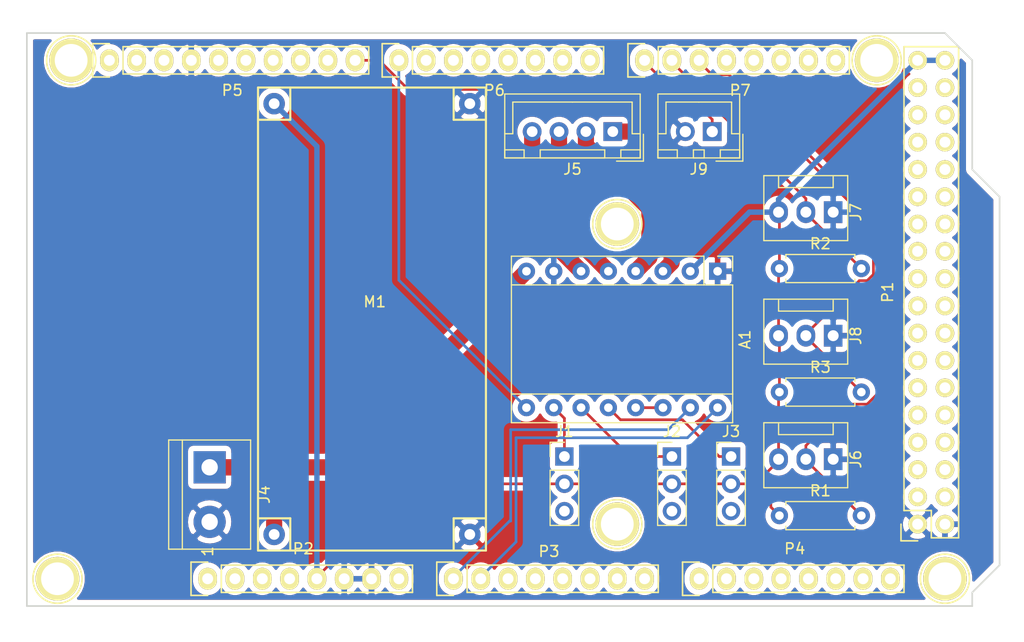
<source format=kicad_pcb>
(kicad_pcb (version 20171130) (host pcbnew "(5.1.2)-2")
  (title_block (date "mar. 31 mars 2015"))
  (layers (0 F.Cu signal) (31 B.Cu signal) (34 B.Paste user) (35 F.Paste user) (36 B.SilkS user) (37 F.SilkS user) (38 B.Mask user) (39 F.Mask user) (44 Edge.Cuts user))
  (net 0 "")
  (net 1 GND)
  (net 2 "/52(SCK)")
  (net 3 "/53(SS)")
  (net 4 "/50(MISO)")
  (net 5 "/51(MOSI)")
  (net 6 /48)
  (net 7 /49)
  (net 8 /46)
  (net 9 /47)
  (net 10 /44)
  (net 11 /45)
  (net 12 /42)
  (net 13 /43)
  (net 14 /40)
  (net 15 /41)
  (net 16 /38)
  (net 17 /39)
  (net 18 /36)
  (net 19 /37)
  (net 20 /34)
  (net 21 /35)
  (net 22 /32)
  (net 23 /33)
  (net 24 /30)
  (net 25 /31)
  (net 26 /28)
  (net 27 /29)
  (net 28 /26)
  (net 29 /27)
  (net 30 /24)
  (net 31 /25)
  (net 32 /22)
  (net 33 /23)
  (net 34 +5V)
  (net 35 /IOREF)
  (net 36 /Reset)
  (net 37 /Vin)
  (net 38 /A2)
  (net 39 /A3)
  (net 40 /A4)
  (net 41 /A5)
  (net 42 /A6)
  (net 43 /A7)
  (net 44 /A8)
  (net 45 /A9)
  (net 46 /A10)
  (net 47 /A11)
  (net 48 /A12)
  (net 49 /A13)
  (net 50 /A14)
  (net 51 /A15)
  (net 52 /SCL)
  (net 53 /SDA)
  (net 54 /AREF)
  (net 55 "/13(**)")
  (net 56 "/12(**)")
  (net 57 "/11(**)")
  (net 58 "/10(**)")
  (net 59 "/9(**)")
  (net 60 "/6(**)")
  (net 61 "/5(**)")
  (net 62 "/4(**)")
  (net 63 "/3(**)")
  (net 64 "/2(**)")
  (net 65 "/20(SDA)")
  (net 66 "/21(SCL)")
  (net 67 "Net-(P8-Pad1)")
  (net 68 "Net-(P9-Pad1)")
  (net 69 "Net-(P10-Pad1)")
  (net 70 "Net-(P11-Pad1)")
  (net 71 "Net-(P12-Pad1)")
  (net 72 "Net-(P13-Pad1)")
  (net 73 "Net-(P2-Pad1)")
  (net 74 +3V3)
  (net 75 "/1(Tx0)")
  (net 76 "/0(Rx0)")
  (net 77 "/17(Rx2)")
  (net 78 "/18(Tx1)")
  (net 79 "/19(Rx1)")
  (net 80 EN)
  (net 81 "Net-(A1-Pad10)")
  (net 82 "Net-(A1-Pad3)")
  (net 83 "Net-(A1-Pad11)")
  (net 84 "Net-(A1-Pad4)")
  (net 85 "Net-(A1-Pad12)")
  (net 86 "Net-(A1-Pad5)")
  (net 87 "Net-(A1-Pad13)")
  (net 88 "Net-(A1-Pad6)")
  (net 89 STEP)
  (net 90 +24V)
  (net 91 DIR)
  (net 92 "Net-(J1-Pad3)")
  (net 93 "Net-(J2-Pad3)")
  (net 94 "Net-(J3-Pad3)")
  (net 95 TEMP_BED)
  (net 96 TEMP_2)
  (net 97 TEMP_1)
  (net 98 Heater1)
  (module Connectors_JST:JST_XH_B02B-XH-A_02x2.50mm_Straight (layer F.Cu) (at 178.25 77.5 180)
    (fp_text reference J9 (at 1.25 -3.5) (layer F.SilkS))
    (fp_text value "SSR Connection")
    (fp_line (start -2.55 -2.45) (end -2.55 3.5) (layer F.SilkS) (width 0.12))
    (fp_line (start -2.55 3.5) (end 5.05 3.5) (layer F.SilkS) (width 0.12))
    (fp_line (start 5.05 3.5) (end 5.05 -2.45) (layer F.SilkS) (width 0.12))
    (fp_line (start 5.05 -2.45) (end -2.55 -2.45) (layer F.SilkS) (width 0.12))
    (fp_line (start 0.75 -2.45) (end 0.75 -1.7) (layer F.SilkS) (width 0.12))
    (fp_line (start 0.75 -1.7) (end 1.75 -1.7) (layer F.SilkS) (width 0.12))
    (fp_line (start 1.75 -1.7) (end 1.75 -2.45) (layer F.SilkS) (width 0.12))
    (fp_line (start 1.75 -2.45) (end 0.75 -2.45) (layer F.SilkS) (width 0.12))
    (fp_line (start -2.55 -2.45) (end -2.55 -1.7) (layer F.SilkS) (width 0.12))
    (fp_line (start -2.55 -1.7) (end -0.75 -1.7) (layer F.SilkS) (width 0.12))
    (fp_line (start -0.75 -1.7) (end -0.75 -2.45) (layer F.SilkS) (width 0.12))
    (fp_line (start -0.75 -2.45) (end -2.55 -2.45) (layer F.SilkS) (width 0.12))
    (fp_line (start 3.25 -2.45) (end 3.25 -1.7) (layer F.SilkS) (width 0.12))
    (fp_line (start 3.25 -1.7) (end 5.05 -1.7) (layer F.SilkS) (width 0.12))
    (fp_line (start 5.05 -1.7) (end 5.05 -2.45) (layer F.SilkS) (width 0.12))
    (fp_line (start 5.05 -2.45) (end 3.25 -2.45) (layer F.SilkS) (width 0.12))
    (fp_line (start -2.55 -0.2) (end -1.8 -0.2) (layer F.SilkS) (width 0.12))
    (fp_line (start -1.8 -0.2) (end -1.8 2.75) (layer F.SilkS) (width 0.12))
    (fp_line (start -1.8 2.75) (end 1.25 2.75) (layer F.SilkS) (width 0.12))
    (fp_line (start 5.05 -0.2) (end 4.3 -0.2) (layer F.SilkS) (width 0.12))
    (fp_line (start 4.3 -0.2) (end 4.3 2.75) (layer F.SilkS) (width 0.12))
    (fp_line (start 4.3 2.75) (end 1.25 2.75) (layer F.SilkS) (width 0.12))
    (fp_line (start -0.35 -2.75) (end -2.85 -2.75) (layer F.SilkS) (width 0.12))
    (fp_line (start -2.85 -2.75) (end -2.85 -0.25) (layer F.SilkS) (width 0.12))
    (pad 1 thru_hole rect (at 0 0 180) (size 1.75 1.75) (drill 1.05) (layers *.Cu *.Mask) (net 98 Heater1))
    (pad 2 thru_hole circle (at 2.5 0 180) (size 1.75 1.75) (drill 1.05) (layers *.Cu *.Mask) (net 1 GND))
  )
  (module Resistors_THT:R_Axial_DIN0207_L6.3mm_D2.5mm_P7.62mm_Horizontal (layer F.Cu) (at 184.5 101.75)
    (fp_text reference R3 (at 3.81 -2.31) (layer F.SilkS))
    (fp_text value 4.7k)
    (fp_line (start 0.6 -0.98) (end 0.6 -1.31) (layer F.SilkS) (width 0.12))
    (fp_line (start 0.6 -1.31) (end 7.02 -1.31) (layer F.SilkS) (width 0.12))
    (fp_line (start 7.02 -1.31) (end 7.02 -0.98) (layer F.SilkS) (width 0.12))
    (fp_line (start 0.6 0.98) (end 0.6 1.31) (layer F.SilkS) (width 0.12))
    (fp_line (start 0.6 1.31) (end 7.02 1.31) (layer F.SilkS) (width 0.12))
    (fp_line (start 7.02 1.31) (end 7.02 0.98) (layer F.SilkS) (width 0.12))
    (pad 1 thru_hole circle (at 0 0) (size 1.6 1.6) (drill 0.8) (layers *.Cu *.Mask) (net 34 +5V))
    (pad 2 thru_hole oval (at 7.62 0) (size 1.6 1.6) (drill 0.8) (layers *.Cu *.Mask) (net 97 TEMP_1))
  )
  (module Resistors_THT:R_Axial_DIN0207_L6.3mm_D2.5mm_P7.62mm_Horizontal (layer F.Cu) (at 184.5 90.25)
    (fp_text reference R2 (at 3.81 -2.31) (layer F.SilkS))
    (fp_text value 4.7k)
    (fp_line (start 0.6 -0.98) (end 0.6 -1.31) (layer F.SilkS) (width 0.12))
    (fp_line (start 0.6 -1.31) (end 7.02 -1.31) (layer F.SilkS) (width 0.12))
    (fp_line (start 7.02 -1.31) (end 7.02 -0.98) (layer F.SilkS) (width 0.12))
    (fp_line (start 0.6 0.98) (end 0.6 1.31) (layer F.SilkS) (width 0.12))
    (fp_line (start 0.6 1.31) (end 7.02 1.31) (layer F.SilkS) (width 0.12))
    (fp_line (start 7.02 1.31) (end 7.02 0.98) (layer F.SilkS) (width 0.12))
    (pad 1 thru_hole circle (at 0 0) (size 1.6 1.6) (drill 0.8) (layers *.Cu *.Mask) (net 34 +5V))
    (pad 2 thru_hole oval (at 7.62 0) (size 1.6 1.6) (drill 0.8) (layers *.Cu *.Mask) (net 95 TEMP_BED))
  )
  (module Resistors_THT:R_Axial_DIN0207_L6.3mm_D2.5mm_P7.62mm_Horizontal (layer F.Cu) (at 184.5 113.25)
    (fp_text reference R1 (at 3.81 -2.31) (layer F.SilkS))
    (fp_text value 4.7k)
    (fp_line (start 0.6 -0.98) (end 0.6 -1.31) (layer F.SilkS) (width 0.12))
    (fp_line (start 0.6 -1.31) (end 7.02 -1.31) (layer F.SilkS) (width 0.12))
    (fp_line (start 7.02 -1.31) (end 7.02 -0.98) (layer F.SilkS) (width 0.12))
    (fp_line (start 0.6 0.98) (end 0.6 1.31) (layer F.SilkS) (width 0.12))
    (fp_line (start 0.6 1.31) (end 7.02 1.31) (layer F.SilkS) (width 0.12))
    (fp_line (start 7.02 1.31) (end 7.02 0.98) (layer F.SilkS) (width 0.12))
    (pad 1 thru_hole circle (at 0 0) (size 1.6 1.6) (drill 0.8) (layers *.Cu *.Mask) (net 34 +5V))
    (pad 2 thru_hole oval (at 7.62 0) (size 1.6 1.6) (drill 0.8) (layers *.Cu *.Mask) (net 96 TEMP_2))
  )
  (module TomsPartsLibrary:LM2596 (layer F.Cu) (at 136 116.5)
    (fp_text reference M1 (at 10.855001 -23.155) (layer F.SilkS))
    (fp_text value LM2596)
    (fp_line (start 18.2 -40.1) (end 18.2 -43.1) (layer F.SilkS) (width 0.2))
    (fp_line (start 21.2 -40.1) (end 18.2 -40.1) (layer F.SilkS) (width 0.2))
    (fp_line (start 3 -40.1) (end 0 -40.1) (layer F.SilkS) (width 0.2))
    (fp_line (start 3 -43.1) (end 3 -40.1) (layer F.SilkS) (width 0.2))
    (fp_line (start 18.2 -3) (end 21.2 -3) (layer F.SilkS) (width 0.2))
    (fp_line (start 18.2 0) (end 18.2 -3) (layer F.SilkS) (width 0.2))
    (fp_line (start 3 -3) (end 3 0) (layer F.SilkS) (width 0.2))
    (fp_line (start 0 -3) (end 3 -3) (layer F.SilkS) (width 0.2))
    (fp_line (start 0 -43.1) (end 0 0) (layer F.SilkS) (width 0.2))
    (fp_line (start 21.2 -43.1) (end 0 -43.1) (layer F.SilkS) (width 0.2))
    (fp_line (start 21.2 0) (end 21.2 -43.1) (layer F.SilkS) (width 0.2))
    (fp_line (start 0 0) (end 21.2 0) (layer F.SilkS) (width 0.2))
    (pad 4 thru_hole circle (at 19.7 -41.6 180) (size 2 2) (drill 1) (layers *.Cu *.Mask) (net 1 GND))
    (pad 1 thru_hole circle (at 1.5 -41.6 270) (size 2 2) (drill 1) (layers *.Cu *.Mask) (net 34 +5V))
    (pad 3 thru_hole circle (at 19.7 -1.5 90) (size 2 2) (drill 1) (layers *.Cu *.Mask) (net 1 GND))
    (pad 2 thru_hole circle (at 1.5 -1.5) (size 2 2) (drill 1) (layers *.Cu *.Mask) (net 90 +24V))
  )
  (module Connectors:Fan_Pin_Header_Straight_1x03 (layer F.Cu) (at 189.5 96.5 270)
    (fp_text reference J8 (at 0 -2.1 90) (layer F.SilkS))
    (fp_text value "Temp1 3PinFan")
    (fp_line (start -3.4 -1.35) (end 2.65 -1.35) (layer F.SilkS) (width 0.12))
    (fp_line (start 2.65 -1.35) (end 2.65 6.45) (layer F.SilkS) (width 0.12))
    (fp_line (start 2.65 6.45) (end -3.4 6.45) (layer F.SilkS) (width 0.12))
    (fp_line (start -3.4 6.45) (end -3.4 -1.35) (layer F.SilkS) (width 0.12))
    (fp_line (start -3.3 0) (end -2.29 0) (layer F.SilkS) (width 0.12))
    (fp_line (start -2.29 0) (end -2.29 5.08) (layer F.SilkS) (width 0.12))
    (fp_line (start -2.29 5.08) (end -3.3 5.08) (layer F.SilkS) (width 0.12))
    (pad 1 thru_hole rect (at 0 0 270) (size 2.03 1.73) (drill 1.02) (layers *.Cu *.Mask) (net 1 GND))
    (pad 2 thru_hole oval (at 0 2.54 270) (size 2.03 1.73) (drill 1.02) (layers *.Cu *.Mask) (net 97 TEMP_1))
    (pad 3 thru_hole oval (at 0 5.08 270) (size 2.03 1.73) (drill 1.02) (layers *.Cu *.Mask) (net 34 +5V))
  )
  (module Connectors:Fan_Pin_Header_Straight_1x03 (layer F.Cu) (at 189.5 85 270)
    (fp_text reference J7 (at 0 -2.1 90) (layer F.SilkS))
    (fp_text value "TempBed 3PinFan")
    (fp_line (start -3.4 -1.35) (end 2.65 -1.35) (layer F.SilkS) (width 0.12))
    (fp_line (start 2.65 -1.35) (end 2.65 6.45) (layer F.SilkS) (width 0.12))
    (fp_line (start 2.65 6.45) (end -3.4 6.45) (layer F.SilkS) (width 0.12))
    (fp_line (start -3.4 6.45) (end -3.4 -1.35) (layer F.SilkS) (width 0.12))
    (fp_line (start -3.3 0) (end -2.29 0) (layer F.SilkS) (width 0.12))
    (fp_line (start -2.29 0) (end -2.29 5.08) (layer F.SilkS) (width 0.12))
    (fp_line (start -2.29 5.08) (end -3.3 5.08) (layer F.SilkS) (width 0.12))
    (pad 1 thru_hole rect (at 0 0 270) (size 2.03 1.73) (drill 1.02) (layers *.Cu *.Mask) (net 1 GND))
    (pad 2 thru_hole oval (at 0 2.54 270) (size 2.03 1.73) (drill 1.02) (layers *.Cu *.Mask) (net 95 TEMP_BED))
    (pad 3 thru_hole oval (at 0 5.08 270) (size 2.03 1.73) (drill 1.02) (layers *.Cu *.Mask) (net 34 +5V))
  )
  (module Connectors:Fan_Pin_Header_Straight_1x03 (layer F.Cu) (at 189.5 108 270)
    (fp_text reference J6 (at 0 -2.1 90) (layer F.SilkS))
    (fp_text value "Temp2 3PinFan")
    (fp_line (start -3.4 -1.35) (end 2.65 -1.35) (layer F.SilkS) (width 0.12))
    (fp_line (start 2.65 -1.35) (end 2.65 6.45) (layer F.SilkS) (width 0.12))
    (fp_line (start 2.65 6.45) (end -3.4 6.45) (layer F.SilkS) (width 0.12))
    (fp_line (start -3.4 6.45) (end -3.4 -1.35) (layer F.SilkS) (width 0.12))
    (fp_line (start -3.3 0) (end -2.29 0) (layer F.SilkS) (width 0.12))
    (fp_line (start -2.29 0) (end -2.29 5.08) (layer F.SilkS) (width 0.12))
    (fp_line (start -2.29 5.08) (end -3.3 5.08) (layer F.SilkS) (width 0.12))
    (pad 1 thru_hole rect (at 0 0 270) (size 2.03 1.73) (drill 1.02) (layers *.Cu *.Mask) (net 1 GND))
    (pad 2 thru_hole oval (at 0 2.54 270) (size 2.03 1.73) (drill 1.02) (layers *.Cu *.Mask) (net 96 TEMP_2))
    (pad 3 thru_hole oval (at 0 5.08 270) (size 2.03 1.73) (drill 1.02) (layers *.Cu *.Mask) (net 34 +5V))
  )
  (module Connectors_JST:JST_XH_B04B-XH-A_04x2.50mm_Straight (layer F.Cu) (at 169 77.5 180)
    (fp_text reference J5 (at 3.75 -3.5) (layer F.SilkS))
    (fp_text value "JST XH_Stepper")
    (fp_line (start -2.55 -2.45) (end -2.55 3.5) (layer F.SilkS) (width 0.12))
    (fp_line (start -2.55 3.5) (end 10.05 3.5) (layer F.SilkS) (width 0.12))
    (fp_line (start 10.05 3.5) (end 10.05 -2.45) (layer F.SilkS) (width 0.12))
    (fp_line (start 10.05 -2.45) (end -2.55 -2.45) (layer F.SilkS) (width 0.12))
    (fp_line (start 0.75 -2.45) (end 0.75 -1.7) (layer F.SilkS) (width 0.12))
    (fp_line (start 0.75 -1.7) (end 6.75 -1.7) (layer F.SilkS) (width 0.12))
    (fp_line (start 6.75 -1.7) (end 6.75 -2.45) (layer F.SilkS) (width 0.12))
    (fp_line (start 6.75 -2.45) (end 0.75 -2.45) (layer F.SilkS) (width 0.12))
    (fp_line (start -2.55 -2.45) (end -2.55 -1.7) (layer F.SilkS) (width 0.12))
    (fp_line (start -2.55 -1.7) (end -0.75 -1.7) (layer F.SilkS) (width 0.12))
    (fp_line (start -0.75 -1.7) (end -0.75 -2.45) (layer F.SilkS) (width 0.12))
    (fp_line (start -0.75 -2.45) (end -2.55 -2.45) (layer F.SilkS) (width 0.12))
    (fp_line (start 8.25 -2.45) (end 8.25 -1.7) (layer F.SilkS) (width 0.12))
    (fp_line (start 8.25 -1.7) (end 10.05 -1.7) (layer F.SilkS) (width 0.12))
    (fp_line (start 10.05 -1.7) (end 10.05 -2.45) (layer F.SilkS) (width 0.12))
    (fp_line (start 10.05 -2.45) (end 8.25 -2.45) (layer F.SilkS) (width 0.12))
    (fp_line (start -2.55 -0.2) (end -1.8 -0.2) (layer F.SilkS) (width 0.12))
    (fp_line (start -1.8 -0.2) (end -1.8 2.75) (layer F.SilkS) (width 0.12))
    (fp_line (start -1.8 2.75) (end 3.75 2.75) (layer F.SilkS) (width 0.12))
    (fp_line (start 10.05 -0.2) (end 9.3 -0.2) (layer F.SilkS) (width 0.12))
    (fp_line (start 9.3 -0.2) (end 9.3 2.75) (layer F.SilkS) (width 0.12))
    (fp_line (start 9.3 2.75) (end 3.75 2.75) (layer F.SilkS) (width 0.12))
    (fp_line (start -0.35 -2.75) (end -2.85 -2.75) (layer F.SilkS) (width 0.12))
    (fp_line (start -2.85 -2.75) (end -2.85 -0.25) (layer F.SilkS) (width 0.12))
    (pad 1 thru_hole rect (at 0 0 180) (size 1.75 1.75) (drill 1) (layers *.Cu *.Mask) (net 82 "Net-(A1-Pad3)"))
    (pad 2 thru_hole circle (at 2.5 0 180) (size 1.75 1.75) (drill 1) (layers *.Cu *.Mask) (net 84 "Net-(A1-Pad4)"))
    (pad 3 thru_hole circle (at 5 0 180) (size 1.75 1.75) (drill 1) (layers *.Cu *.Mask) (net 86 "Net-(A1-Pad5)"))
    (pad 4 thru_hole circle (at 7.5 0 180) (size 1.75 1.75) (drill 1) (layers *.Cu *.Mask) (net 88 "Net-(A1-Pad6)"))
  )
  (module Connectors_Terminal_Blocks:TerminalBlock_bornier-2_P5.08mm (layer F.Cu) (at 131.5 108.75 270)
    (fp_text reference J4 (at 2.54 -5.08 90) (layer F.SilkS))
    (fp_text value "Power Screw Terminal")
    (fp_line (start 7.62 2.54) (end -2.54 2.54) (layer F.SilkS) (width 0.12))
    (fp_line (start 7.62 3.81) (end 7.62 -3.81) (layer F.SilkS) (width 0.12))
    (fp_line (start 7.62 -3.81) (end -2.54 -3.81) (layer F.SilkS) (width 0.12))
    (fp_line (start -2.54 -3.81) (end -2.54 3.81) (layer F.SilkS) (width 0.12))
    (fp_line (start -2.54 3.81) (end 7.62 3.81) (layer F.SilkS) (width 0.12))
    (pad 1 thru_hole rect (at 0 0 270) (size 3 3) (drill 1.52) (layers *.Cu *.Mask) (net 90 +24V))
    (pad 2 thru_hole circle (at 5.08 0 270) (size 3 3) (drill 1.52) (layers *.Cu *.Mask) (net 1 GND))
  )
  (module Pin_Headers:Pin_Header_Straight_1x03_Pitch2.54mm (layer F.Cu) (at 180 107.75)
    (fp_text reference J3 (at 0 -2.33) (layer F.SilkS))
    (fp_text value "MS1 Toggle")
    (fp_line (start -1.33 6.41) (end 1.33 6.41) (layer F.SilkS) (width 0.12))
    (fp_line (start -1.33 1.27) (end -1.33 6.41) (layer F.SilkS) (width 0.12))
    (fp_line (start 1.33 1.27) (end 1.33 6.41) (layer F.SilkS) (width 0.12))
    (fp_line (start -1.33 1.27) (end 1.33 1.27) (layer F.SilkS) (width 0.12))
    (fp_line (start -1.33 0) (end -1.33 -1.33) (layer F.SilkS) (width 0.12))
    (fp_line (start -1.33 -1.33) (end 0 -1.33) (layer F.SilkS) (width 0.12))
    (pad 1 thru_hole rect (at 0 0) (size 1.7 1.7) (drill 1) (layers *.Cu *.Mask) (net 85 "Net-(A1-Pad12)"))
    (pad 2 thru_hole oval (at 0 2.54) (size 1.7 1.7) (drill 1) (layers *.Cu *.Mask) (net 34 +5V))
    (pad 3 thru_hole oval (at 0 5.08) (size 1.7 1.7) (drill 1) (layers *.Cu *.Mask) (net 94 "Net-(J3-Pad3)"))
  )
  (module Pin_Headers:Pin_Header_Straight_1x03_Pitch2.54mm (layer F.Cu) (at 174.5 107.75)
    (fp_text reference J2 (at 0 -2.33) (layer F.SilkS))
    (fp_text value "MS2 Toggle")
    (fp_line (start -1.33 6.41) (end 1.33 6.41) (layer F.SilkS) (width 0.12))
    (fp_line (start -1.33 1.27) (end -1.33 6.41) (layer F.SilkS) (width 0.12))
    (fp_line (start 1.33 1.27) (end 1.33 6.41) (layer F.SilkS) (width 0.12))
    (fp_line (start -1.33 1.27) (end 1.33 1.27) (layer F.SilkS) (width 0.12))
    (fp_line (start -1.33 0) (end -1.33 -1.33) (layer F.SilkS) (width 0.12))
    (fp_line (start -1.33 -1.33) (end 0 -1.33) (layer F.SilkS) (width 0.12))
    (pad 1 thru_hole rect (at 0 0) (size 1.7 1.7) (drill 1) (layers *.Cu *.Mask) (net 83 "Net-(A1-Pad11)"))
    (pad 2 thru_hole oval (at 0 2.54) (size 1.7 1.7) (drill 1) (layers *.Cu *.Mask) (net 34 +5V))
    (pad 3 thru_hole oval (at 0 5.08) (size 1.7 1.7) (drill 1) (layers *.Cu *.Mask) (net 93 "Net-(J2-Pad3)"))
  )
  (module Pin_Headers:Pin_Header_Straight_1x03_Pitch2.54mm (layer F.Cu) (at 164.5 107.75)
    (fp_text reference J1 (at 0 -2.33) (layer F.SilkS))
    (fp_text value "MS3 Toggle")
    (fp_line (start -1.33 6.41) (end 1.33 6.41) (layer F.SilkS) (width 0.12))
    (fp_line (start -1.33 1.27) (end -1.33 6.41) (layer F.SilkS) (width 0.12))
    (fp_line (start 1.33 1.27) (end 1.33 6.41) (layer F.SilkS) (width 0.12))
    (fp_line (start -1.33 1.27) (end 1.33 1.27) (layer F.SilkS) (width 0.12))
    (fp_line (start -1.33 0) (end -1.33 -1.33) (layer F.SilkS) (width 0.12))
    (fp_line (start -1.33 -1.33) (end 0 -1.33) (layer F.SilkS) (width 0.12))
    (pad 1 thru_hole rect (at 0 0) (size 1.7 1.7) (drill 1) (layers *.Cu *.Mask) (net 81 "Net-(A1-Pad10)"))
    (pad 2 thru_hole oval (at 0 2.54) (size 1.7 1.7) (drill 1) (layers *.Cu *.Mask) (net 34 +5V))
    (pad 3 thru_hole oval (at 0 5.08) (size 1.7 1.7) (drill 1) (layers *.Cu *.Mask) (net 92 "Net-(J1-Pad3)"))
  )
  (module Modules:Pololu_Breakout-16_15.2x20.3mm (layer F.Cu) (at 178.75 90.5 270)
    (fp_text reference A1 (at 6.35 -2.54 90) (layer F.SilkS))
    (fp_text value Pololu_Breakout_A4988)
    (fp_line (start 11.43 -1.4) (end 11.43 19.18) (layer F.SilkS) (width 0.12))
    (fp_line (start 1.27 1.27) (end 1.27 19.18) (layer F.SilkS) (width 0.12))
    (fp_line (start 0 -1.4) (end -1.4 -1.4) (layer F.SilkS) (width 0.12))
    (fp_line (start -1.4 -1.4) (end -1.4 0) (layer F.SilkS) (width 0.12))
    (fp_line (start 1.27 -1.4) (end 1.27 1.27) (layer F.SilkS) (width 0.12))
    (fp_line (start 1.27 1.27) (end -1.4 1.27) (layer F.SilkS) (width 0.12))
    (fp_line (start -1.4 1.27) (end -1.4 19.18) (layer F.SilkS) (width 0.12))
    (fp_line (start -1.4 19.18) (end 14.1 19.18) (layer F.SilkS) (width 0.12))
    (fp_line (start 14.1 19.18) (end 14.1 -1.4) (layer F.SilkS) (width 0.12))
    (fp_line (start 14.1 -1.4) (end 1.27 -1.4) (layer F.SilkS) (width 0.12))
    (pad 1 thru_hole rect (at 0 0 270) (size 1.6 1.6) (drill 0.8) (layers *.Cu *.Mask) (net 1 GND))
    (pad 9 thru_hole oval (at 12.7 17.78 270) (size 1.6 1.6) (drill 0.8) (layers *.Cu *.Mask) (net 80 EN))
    (pad 2 thru_hole oval (at 0 2.54 270) (size 1.6 1.6) (drill 0.8) (layers *.Cu *.Mask) (net 34 +5V))
    (pad 10 thru_hole oval (at 12.7 15.24 270) (size 1.6 1.6) (drill 0.8) (layers *.Cu *.Mask) (net 81 "Net-(A1-Pad10)"))
    (pad 3 thru_hole oval (at 0 5.08 270) (size 1.6 1.6) (drill 0.8) (layers *.Cu *.Mask) (net 82 "Net-(A1-Pad3)"))
    (pad 11 thru_hole oval (at 12.7 12.7 270) (size 1.6 1.6) (drill 0.8) (layers *.Cu *.Mask) (net 83 "Net-(A1-Pad11)"))
    (pad 4 thru_hole oval (at 0 7.62 270) (size 1.6 1.6) (drill 0.8) (layers *.Cu *.Mask) (net 84 "Net-(A1-Pad4)"))
    (pad 12 thru_hole oval (at 12.7 10.16 270) (size 1.6 1.6) (drill 0.8) (layers *.Cu *.Mask) (net 85 "Net-(A1-Pad12)"))
    (pad 5 thru_hole oval (at 0 10.16 270) (size 1.6 1.6) (drill 0.8) (layers *.Cu *.Mask) (net 86 "Net-(A1-Pad5)"))
    (pad 13 thru_hole oval (at 12.7 7.62 270) (size 1.6 1.6) (drill 0.8) (layers *.Cu *.Mask) (net 87 "Net-(A1-Pad13)"))
    (pad 6 thru_hole oval (at 0 12.7 270) (size 1.6 1.6) (drill 0.8) (layers *.Cu *.Mask) (net 88 "Net-(A1-Pad6)"))
    (pad 14 thru_hole oval (at 12.7 5.08 270) (size 1.6 1.6) (drill 0.8) (layers *.Cu *.Mask) (net 87 "Net-(A1-Pad13)"))
    (pad 7 thru_hole oval (at 0 15.24 270) (size 1.6 1.6) (drill 0.8) (layers *.Cu *.Mask) (net 1 GND))
    (pad 15 thru_hole oval (at 12.7 2.54 270) (size 1.6 1.6) (drill 0.8) (layers *.Cu *.Mask) (net 89 STEP))
    (pad 8 thru_hole oval (at 0 17.78 270) (size 1.6 1.6) (drill 0.8) (layers *.Cu *.Mask) (net 90 +24V))
    (pad 16 thru_hole oval (at 12.7 0 270) (size 1.6 1.6) (drill 0.8) (layers *.Cu *.Mask) (net 91 DIR))
  )
  (module Socket_Arduino_Mega:Socket_Strip_Arduino_2x18 (layer F.Cu) (at 197.358 114.046 90)
    (fp_text reference P1 (at 21.59 -2.794 90) (layer F.SilkS))
    (fp_text value Digital)
    (fp_line (start -1.27 3.81) (end 44.45 3.81) (layer F.SilkS) (width 0.15))
    (fp_line (start 44.45 -1.27) (end 1.27 -1.27) (layer F.SilkS) (width 0.15))
    (fp_line (start 44.45 3.81) (end 44.45 -1.27) (layer F.SilkS) (width 0.15))
    (fp_line (start -1.27 3.81) (end -1.27 1.27) (layer F.SilkS) (width 0.15))
    (fp_line (start 0 -1.55) (end -1.55 -1.55) (layer F.SilkS) (width 0.15))
    (fp_line (start -1.27 1.27) (end 1.27 1.27) (layer F.SilkS) (width 0.15))
    (fp_line (start 1.27 1.27) (end 1.27 -1.27) (layer F.SilkS) (width 0.15))
    (fp_line (start -1.55 -1.55) (end -1.55 0) (layer F.SilkS) (width 0.15))
    (pad 1 thru_hole circle (at 0 0 90) (size 1.7272 1.7272) (drill 1.016) (layers *.Cu *.Mask F.SilkS) (net 1 GND))
    (pad 2 thru_hole oval (at 0 2.54 90) (size 1.7272 1.7272) (drill 1.016) (layers *.Cu *.Mask F.SilkS) (net 1 GND))
    (pad 3 thru_hole oval (at 2.54 0 90) (size 1.7272 1.7272) (drill 1.016) (layers *.Cu *.Mask F.SilkS) (net 2 "/52(SCK)"))
    (pad 4 thru_hole oval (at 2.54 2.54 90) (size 1.7272 1.7272) (drill 1.016) (layers *.Cu *.Mask F.SilkS) (net 3 "/53(SS)"))
    (pad 5 thru_hole oval (at 5.08 0 90) (size 1.7272 1.7272) (drill 1.016) (layers *.Cu *.Mask F.SilkS) (net 4 "/50(MISO)"))
    (pad 6 thru_hole oval (at 5.08 2.54 90) (size 1.7272 1.7272) (drill 1.016) (layers *.Cu *.Mask F.SilkS) (net 5 "/51(MOSI)"))
    (pad 7 thru_hole oval (at 7.62 0 90) (size 1.7272 1.7272) (drill 1.016) (layers *.Cu *.Mask F.SilkS) (net 6 /48))
    (pad 8 thru_hole oval (at 7.62 2.54 90) (size 1.7272 1.7272) (drill 1.016) (layers *.Cu *.Mask F.SilkS) (net 7 /49))
    (pad 9 thru_hole oval (at 10.16 0 90) (size 1.7272 1.7272) (drill 1.016) (layers *.Cu *.Mask F.SilkS) (net 8 /46))
    (pad 10 thru_hole oval (at 10.16 2.54 90) (size 1.7272 1.7272) (drill 1.016) (layers *.Cu *.Mask F.SilkS) (net 9 /47))
    (pad 11 thru_hole oval (at 12.7 0 90) (size 1.7272 1.7272) (drill 1.016) (layers *.Cu *.Mask F.SilkS) (net 10 /44))
    (pad 12 thru_hole oval (at 12.7 2.54 90) (size 1.7272 1.7272) (drill 1.016) (layers *.Cu *.Mask F.SilkS) (net 11 /45))
    (pad 13 thru_hole oval (at 15.24 0 90) (size 1.7272 1.7272) (drill 1.016) (layers *.Cu *.Mask F.SilkS) (net 12 /42))
    (pad 14 thru_hole oval (at 15.24 2.54 90) (size 1.7272 1.7272) (drill 1.016) (layers *.Cu *.Mask F.SilkS) (net 13 /43))
    (pad 15 thru_hole oval (at 17.78 0 90) (size 1.7272 1.7272) (drill 1.016) (layers *.Cu *.Mask F.SilkS) (net 14 /40))
    (pad 16 thru_hole oval (at 17.78 2.54 90) (size 1.7272 1.7272) (drill 1.016) (layers *.Cu *.Mask F.SilkS) (net 15 /41))
    (pad 17 thru_hole oval (at 20.32 0 90) (size 1.7272 1.7272) (drill 1.016) (layers *.Cu *.Mask F.SilkS) (net 16 /38))
    (pad 18 thru_hole oval (at 20.32 2.54 90) (size 1.7272 1.7272) (drill 1.016) (layers *.Cu *.Mask F.SilkS) (net 17 /39))
    (pad 19 thru_hole oval (at 22.86 0 90) (size 1.7272 1.7272) (drill 1.016) (layers *.Cu *.Mask F.SilkS) (net 18 /36))
    (pad 20 thru_hole oval (at 22.86 2.54 90) (size 1.7272 1.7272) (drill 1.016) (layers *.Cu *.Mask F.SilkS) (net 19 /37))
    (pad 21 thru_hole oval (at 25.4 0 90) (size 1.7272 1.7272) (drill 1.016) (layers *.Cu *.Mask F.SilkS) (net 20 /34))
    (pad 22 thru_hole oval (at 25.4 2.54 90) (size 1.7272 1.7272) (drill 1.016) (layers *.Cu *.Mask F.SilkS) (net 21 /35))
    (pad 23 thru_hole oval (at 27.94 0 90) (size 1.7272 1.7272) (drill 1.016) (layers *.Cu *.Mask F.SilkS) (net 22 /32))
    (pad 24 thru_hole oval (at 27.94 2.54 90) (size 1.7272 1.7272) (drill 1.016) (layers *.Cu *.Mask F.SilkS) (net 23 /33))
    (pad 25 thru_hole oval (at 30.48 0 90) (size 1.7272 1.7272) (drill 1.016) (layers *.Cu *.Mask F.SilkS) (net 24 /30))
    (pad 26 thru_hole oval (at 30.48 2.54 90) (size 1.7272 1.7272) (drill 1.016) (layers *.Cu *.Mask F.SilkS) (net 25 /31))
    (pad 27 thru_hole oval (at 33.02 0 90) (size 1.7272 1.7272) (drill 1.016) (layers *.Cu *.Mask F.SilkS) (net 26 /28))
    (pad 28 thru_hole oval (at 33.02 2.54 90) (size 1.7272 1.7272) (drill 1.016) (layers *.Cu *.Mask F.SilkS) (net 27 /29))
    (pad 29 thru_hole oval (at 35.56 0 90) (size 1.7272 1.7272) (drill 1.016) (layers *.Cu *.Mask F.SilkS) (net 28 /26))
    (pad 30 thru_hole oval (at 35.56 2.54 90) (size 1.7272 1.7272) (drill 1.016) (layers *.Cu *.Mask F.SilkS) (net 29 /27))
    (pad 31 thru_hole oval (at 38.1 0 90) (size 1.7272 1.7272) (drill 1.016) (layers *.Cu *.Mask F.SilkS) (net 30 /24))
    (pad 32 thru_hole oval (at 38.1 2.54 90) (size 1.7272 1.7272) (drill 1.016) (layers *.Cu *.Mask F.SilkS) (net 31 /25))
    (pad 33 thru_hole oval (at 40.64 0 90) (size 1.7272 1.7272) (drill 1.016) (layers *.Cu *.Mask F.SilkS) (net 32 /22))
    (pad 34 thru_hole oval (at 40.64 2.54 90) (size 1.7272 1.7272) (drill 1.016) (layers *.Cu *.Mask F.SilkS) (net 33 /23))
    (pad 35 thru_hole oval (at 43.18 0 90) (size 1.7272 1.7272) (drill 1.016) (layers *.Cu *.Mask F.SilkS) (net 34 +5V))
    (pad 36 thru_hole oval (at 43.18 2.54 90) (size 1.7272 1.7272) (drill 1.016) (layers *.Cu *.Mask F.SilkS) (net 34 +5V))
  )
  (module Socket_Arduino_Mega:Socket_Strip_Arduino_1x08 (layer F.Cu) (at 131.318 119.126)
    (fp_text reference P2 (at 8.89 -2.794) (layer F.SilkS))
    (fp_text value Power)
    (fp_line (start 1.27 1.27) (end 19.05 1.27) (layer F.SilkS) (width 0.15))
    (fp_line (start 19.05 1.27) (end 19.05 -1.27) (layer F.SilkS) (width 0.15))
    (fp_line (start 19.05 -1.27) (end 1.27 -1.27) (layer F.SilkS) (width 0.15))
    (fp_line (start -1.55 1.55) (end 0 1.55) (layer F.SilkS) (width 0.15))
    (fp_line (start 1.27 1.27) (end 1.27 -1.27) (layer F.SilkS) (width 0.15))
    (fp_line (start 0 -1.55) (end -1.55 -1.55) (layer F.SilkS) (width 0.15))
    (fp_line (start -1.55 -1.55) (end -1.55 1.55) (layer F.SilkS) (width 0.15))
    (pad 1 thru_hole oval (at 0 0) (size 1.7272 2.032) (drill 1.016) (layers *.Cu *.Mask F.SilkS) (net 73 "Net-(P2-Pad1)"))
    (pad 2 thru_hole oval (at 2.54 0) (size 1.7272 2.032) (drill 1.016) (layers *.Cu *.Mask F.SilkS) (net 35 /IOREF))
    (pad 3 thru_hole oval (at 5.08 0) (size 1.7272 2.032) (drill 1.016) (layers *.Cu *.Mask F.SilkS) (net 36 /Reset))
    (pad 4 thru_hole oval (at 7.62 0) (size 1.7272 2.032) (drill 1.016) (layers *.Cu *.Mask F.SilkS) (net 74 +3V3))
    (pad 5 thru_hole oval (at 10.16 0) (size 1.7272 2.032) (drill 1.016) (layers *.Cu *.Mask F.SilkS) (net 34 +5V))
    (pad 6 thru_hole oval (at 12.7 0) (size 1.7272 2.032) (drill 1.016) (layers *.Cu *.Mask F.SilkS) (net 1 GND))
    (pad 7 thru_hole oval (at 15.24 0) (size 1.7272 2.032) (drill 1.016) (layers *.Cu *.Mask F.SilkS) (net 1 GND))
    (pad 8 thru_hole oval (at 17.78 0) (size 1.7272 2.032) (drill 1.016) (layers *.Cu *.Mask F.SilkS) (net 37 /Vin))
  )
  (module Socket_Arduino_Mega:Socket_Strip_Arduino_1x08 (layer F.Cu) (at 154.178 119.126)
    (fp_text reference P3 (at 8.89 -2.54) (layer F.SilkS))
    (fp_text value Analog)
    (fp_line (start 1.27 1.27) (end 19.05 1.27) (layer F.SilkS) (width 0.15))
    (fp_line (start 19.05 1.27) (end 19.05 -1.27) (layer F.SilkS) (width 0.15))
    (fp_line (start 19.05 -1.27) (end 1.27 -1.27) (layer F.SilkS) (width 0.15))
    (fp_line (start -1.55 1.55) (end 0 1.55) (layer F.SilkS) (width 0.15))
    (fp_line (start 1.27 1.27) (end 1.27 -1.27) (layer F.SilkS) (width 0.15))
    (fp_line (start 0 -1.55) (end -1.55 -1.55) (layer F.SilkS) (width 0.15))
    (fp_line (start -1.55 -1.55) (end -1.55 1.55) (layer F.SilkS) (width 0.15))
    (pad 1 thru_hole oval (at 0 0) (size 1.7272 2.032) (drill 1.016) (layers *.Cu *.Mask F.SilkS) (net 89 STEP))
    (pad 2 thru_hole oval (at 2.54 0) (size 1.7272 2.032) (drill 1.016) (layers *.Cu *.Mask F.SilkS) (net 91 DIR))
    (pad 3 thru_hole oval (at 5.08 0) (size 1.7272 2.032) (drill 1.016) (layers *.Cu *.Mask F.SilkS) (net 38 /A2))
    (pad 4 thru_hole oval (at 7.62 0) (size 1.7272 2.032) (drill 1.016) (layers *.Cu *.Mask F.SilkS) (net 39 /A3))
    (pad 5 thru_hole oval (at 10.16 0) (size 1.7272 2.032) (drill 1.016) (layers *.Cu *.Mask F.SilkS) (net 40 /A4))
    (pad 6 thru_hole oval (at 12.7 0) (size 1.7272 2.032) (drill 1.016) (layers *.Cu *.Mask F.SilkS) (net 41 /A5))
    (pad 7 thru_hole oval (at 15.24 0) (size 1.7272 2.032) (drill 1.016) (layers *.Cu *.Mask F.SilkS) (net 42 /A6))
    (pad 8 thru_hole oval (at 17.78 0) (size 1.7272 2.032) (drill 1.016) (layers *.Cu *.Mask F.SilkS) (net 43 /A7))
  )
  (module Socket_Arduino_Mega:Socket_Strip_Arduino_1x08 (layer F.Cu) (at 177.038 119.126)
    (fp_text reference P4 (at 8.89 -2.794) (layer F.SilkS))
    (fp_text value Analog)
    (fp_line (start 1.27 1.27) (end 19.05 1.27) (layer F.SilkS) (width 0.15))
    (fp_line (start 19.05 1.27) (end 19.05 -1.27) (layer F.SilkS) (width 0.15))
    (fp_line (start 19.05 -1.27) (end 1.27 -1.27) (layer F.SilkS) (width 0.15))
    (fp_line (start -1.55 1.55) (end 0 1.55) (layer F.SilkS) (width 0.15))
    (fp_line (start 1.27 1.27) (end 1.27 -1.27) (layer F.SilkS) (width 0.15))
    (fp_line (start 0 -1.55) (end -1.55 -1.55) (layer F.SilkS) (width 0.15))
    (fp_line (start -1.55 -1.55) (end -1.55 1.55) (layer F.SilkS) (width 0.15))
    (pad 1 thru_hole oval (at 0 0) (size 1.7272 2.032) (drill 1.016) (layers *.Cu *.Mask F.SilkS) (net 44 /A8))
    (pad 2 thru_hole oval (at 2.54 0) (size 1.7272 2.032) (drill 1.016) (layers *.Cu *.Mask F.SilkS) (net 45 /A9))
    (pad 3 thru_hole oval (at 5.08 0) (size 1.7272 2.032) (drill 1.016) (layers *.Cu *.Mask F.SilkS) (net 46 /A10))
    (pad 4 thru_hole oval (at 7.62 0) (size 1.7272 2.032) (drill 1.016) (layers *.Cu *.Mask F.SilkS) (net 47 /A11))
    (pad 5 thru_hole oval (at 10.16 0) (size 1.7272 2.032) (drill 1.016) (layers *.Cu *.Mask F.SilkS) (net 48 /A12))
    (pad 6 thru_hole oval (at 12.7 0) (size 1.7272 2.032) (drill 1.016) (layers *.Cu *.Mask F.SilkS) (net 49 /A13))
    (pad 7 thru_hole oval (at 15.24 0) (size 1.7272 2.032) (drill 1.016) (layers *.Cu *.Mask F.SilkS) (net 50 /A14))
    (pad 8 thru_hole oval (at 17.78 0) (size 1.7272 2.032) (drill 1.016) (layers *.Cu *.Mask F.SilkS) (net 51 /A15))
  )
  (module Socket_Arduino_Mega:Socket_Strip_Arduino_1x10 (layer F.Cu) (at 122.174 70.866)
    (fp_text reference P5 (at 11.43 2.794) (layer F.SilkS))
    (fp_text value PWM)
    (fp_line (start 1.27 1.27) (end 24.13 1.27) (layer F.SilkS) (width 0.15))
    (fp_line (start 24.13 1.27) (end 24.13 -1.27) (layer F.SilkS) (width 0.15))
    (fp_line (start 24.13 -1.27) (end 1.27 -1.27) (layer F.SilkS) (width 0.15))
    (fp_line (start -1.55 1.55) (end 0 1.55) (layer F.SilkS) (width 0.15))
    (fp_line (start 1.27 1.27) (end 1.27 -1.27) (layer F.SilkS) (width 0.15))
    (fp_line (start 0 -1.55) (end -1.55 -1.55) (layer F.SilkS) (width 0.15))
    (fp_line (start -1.55 -1.55) (end -1.55 1.55) (layer F.SilkS) (width 0.15))
    (pad 1 thru_hole oval (at 0 0) (size 1.7272 2.032) (drill 1.016) (layers *.Cu *.Mask F.SilkS) (net 52 /SCL))
    (pad 2 thru_hole oval (at 2.54 0) (size 1.7272 2.032) (drill 1.016) (layers *.Cu *.Mask F.SilkS) (net 53 /SDA))
    (pad 3 thru_hole oval (at 5.08 0) (size 1.7272 2.032) (drill 1.016) (layers *.Cu *.Mask F.SilkS) (net 54 /AREF))
    (pad 4 thru_hole oval (at 7.62 0) (size 1.7272 2.032) (drill 1.016) (layers *.Cu *.Mask F.SilkS) (net 1 GND))
    (pad 5 thru_hole oval (at 10.16 0) (size 1.7272 2.032) (drill 1.016) (layers *.Cu *.Mask F.SilkS) (net 55 "/13(**)"))
    (pad 6 thru_hole oval (at 12.7 0) (size 1.7272 2.032) (drill 1.016) (layers *.Cu *.Mask F.SilkS) (net 56 "/12(**)"))
    (pad 7 thru_hole oval (at 15.24 0) (size 1.7272 2.032) (drill 1.016) (layers *.Cu *.Mask F.SilkS) (net 57 "/11(**)"))
    (pad 8 thru_hole oval (at 17.78 0) (size 1.7272 2.032) (drill 1.016) (layers *.Cu *.Mask F.SilkS) (net 58 "/10(**)"))
    (pad 9 thru_hole oval (at 20.32 0) (size 1.7272 2.032) (drill 1.016) (layers *.Cu *.Mask F.SilkS) (net 59 "/9(**)"))
    (pad 10 thru_hole oval (at 22.86 0) (size 1.7272 2.032) (drill 1.016) (layers *.Cu *.Mask F.SilkS) (net 98 Heater1))
  )
  (module Socket_Arduino_Mega:Socket_Strip_Arduino_1x08 (layer F.Cu) (at 149.098 70.866)
    (fp_text reference P6 (at 8.89 2.794) (layer F.SilkS))
    (fp_text value PWM)
    (fp_line (start 1.27 1.27) (end 19.05 1.27) (layer F.SilkS) (width 0.15))
    (fp_line (start 19.05 1.27) (end 19.05 -1.27) (layer F.SilkS) (width 0.15))
    (fp_line (start 19.05 -1.27) (end 1.27 -1.27) (layer F.SilkS) (width 0.15))
    (fp_line (start -1.55 1.55) (end 0 1.55) (layer F.SilkS) (width 0.15))
    (fp_line (start 1.27 1.27) (end 1.27 -1.27) (layer F.SilkS) (width 0.15))
    (fp_line (start 0 -1.55) (end -1.55 -1.55) (layer F.SilkS) (width 0.15))
    (fp_line (start -1.55 -1.55) (end -1.55 1.55) (layer F.SilkS) (width 0.15))
    (pad 1 thru_hole oval (at 0 0) (size 1.7272 2.032) (drill 1.016) (layers *.Cu *.Mask F.SilkS) (net 80 EN))
    (pad 2 thru_hole oval (at 2.54 0) (size 1.7272 2.032) (drill 1.016) (layers *.Cu *.Mask F.SilkS) (net 60 "/6(**)"))
    (pad 3 thru_hole oval (at 5.08 0) (size 1.7272 2.032) (drill 1.016) (layers *.Cu *.Mask F.SilkS) (net 61 "/5(**)"))
    (pad 4 thru_hole oval (at 7.62 0) (size 1.7272 2.032) (drill 1.016) (layers *.Cu *.Mask F.SilkS) (net 62 "/4(**)"))
    (pad 5 thru_hole oval (at 10.16 0) (size 1.7272 2.032) (drill 1.016) (layers *.Cu *.Mask F.SilkS) (net 63 "/3(**)"))
    (pad 6 thru_hole oval (at 12.7 0) (size 1.7272 2.032) (drill 1.016) (layers *.Cu *.Mask F.SilkS) (net 64 "/2(**)"))
    (pad 7 thru_hole oval (at 15.24 0) (size 1.7272 2.032) (drill 1.016) (layers *.Cu *.Mask F.SilkS) (net 75 "/1(Tx0)"))
    (pad 8 thru_hole oval (at 17.78 0) (size 1.7272 2.032) (drill 1.016) (layers *.Cu *.Mask F.SilkS) (net 76 "/0(Rx0)"))
  )
  (module Socket_Arduino_Mega:Socket_Strip_Arduino_1x08 (layer F.Cu) (at 171.958 70.866)
    (fp_text reference P7 (at 8.89 2.794) (layer F.SilkS))
    (fp_text value Communication)
    (fp_line (start 1.27 1.27) (end 19.05 1.27) (layer F.SilkS) (width 0.15))
    (fp_line (start 19.05 1.27) (end 19.05 -1.27) (layer F.SilkS) (width 0.15))
    (fp_line (start 19.05 -1.27) (end 1.27 -1.27) (layer F.SilkS) (width 0.15))
    (fp_line (start -1.55 1.55) (end 0 1.55) (layer F.SilkS) (width 0.15))
    (fp_line (start 1.27 1.27) (end 1.27 -1.27) (layer F.SilkS) (width 0.15))
    (fp_line (start 0 -1.55) (end -1.55 -1.55) (layer F.SilkS) (width 0.15))
    (fp_line (start -1.55 -1.55) (end -1.55 1.55) (layer F.SilkS) (width 0.15))
    (pad 1 thru_hole oval (at 0 0) (size 1.7272 2.032) (drill 1.016) (layers *.Cu *.Mask F.SilkS) (net 95 TEMP_BED))
    (pad 2 thru_hole oval (at 2.54 0) (size 1.7272 2.032) (drill 1.016) (layers *.Cu *.Mask F.SilkS) (net 97 TEMP_1))
    (pad 3 thru_hole oval (at 5.08 0) (size 1.7272 2.032) (drill 1.016) (layers *.Cu *.Mask F.SilkS) (net 96 TEMP_2))
    (pad 4 thru_hole oval (at 7.62 0) (size 1.7272 2.032) (drill 1.016) (layers *.Cu *.Mask F.SilkS) (net 77 "/17(Rx2)"))
    (pad 5 thru_hole oval (at 10.16 0) (size 1.7272 2.032) (drill 1.016) (layers *.Cu *.Mask F.SilkS) (net 78 "/18(Tx1)"))
    (pad 6 thru_hole oval (at 12.7 0) (size 1.7272 2.032) (drill 1.016) (layers *.Cu *.Mask F.SilkS) (net 79 "/19(Rx1)"))
    (pad 7 thru_hole oval (at 15.24 0) (size 1.7272 2.032) (drill 1.016) (layers *.Cu *.Mask F.SilkS) (net 65 "/20(SDA)"))
    (pad 8 thru_hole oval (at 17.78 0) (size 1.7272 2.032) (drill 1.016) (layers *.Cu *.Mask F.SilkS) (net 66 "/21(SCL)"))
  )
  (module Socket_Arduino_Mega:Arduino_1pin (layer F.Cu) (at 117.348 119.126)
    (fp_text reference P8 hide)
    (fp_text value CONN_01X01 hide)
    (fp_circle (center 0 0) (end 0 -2.286) (layer F.SilkS) (width 0.15))
    (pad 1 thru_hole circle (at 0 0) (size 4.064 4.064) (drill 3.048) (layers *.Cu *.Mask F.SilkS) (net 67 "Net-(P8-Pad1)"))
  )
  (module Socket_Arduino_Mega:Arduino_1pin (layer F.Cu) (at 169.418 114.046)
    (fp_text reference P9 hide)
    (fp_text value CONN_01X01 hide)
    (fp_circle (center 0 0) (end 0 -2.286) (layer F.SilkS) (width 0.15))
    (pad 1 thru_hole circle (at 0 0) (size 4.064 4.064) (drill 3.048) (layers *.Cu *.Mask F.SilkS) (net 68 "Net-(P9-Pad1)"))
  )
  (module Socket_Arduino_Mega:Arduino_1pin (layer F.Cu) (at 199.898 119.126)
    (fp_text reference P10 hide)
    (fp_text value CONN_01X01 hide)
    (fp_circle (center 0 0) (end 0 -2.286) (layer F.SilkS) (width 0.15))
    (pad 1 thru_hole circle (at 0 0) (size 4.064 4.064) (drill 3.048) (layers *.Cu *.Mask F.SilkS) (net 69 "Net-(P10-Pad1)"))
  )
  (module Socket_Arduino_Mega:Arduino_1pin (layer F.Cu) (at 118.618 70.866)
    (fp_text reference P11 hide)
    (fp_text value CONN_01X01 hide)
    (fp_circle (center 0 0) (end 0 -2.286) (layer F.SilkS) (width 0.15))
    (pad 1 thru_hole circle (at 0 0) (size 4.064 4.064) (drill 3.048) (layers *.Cu *.Mask F.SilkS) (net 70 "Net-(P11-Pad1)"))
  )
  (module Socket_Arduino_Mega:Arduino_1pin (layer F.Cu) (at 169.418 86.106)
    (fp_text reference P12 hide)
    (fp_text value CONN_01X01 hide)
    (fp_circle (center 0 0) (end 0 -2.286) (layer F.SilkS) (width 0.15))
    (pad 1 thru_hole circle (at 0 0) (size 4.064 4.064) (drill 3.048) (layers *.Cu *.Mask F.SilkS) (net 71 "Net-(P12-Pad1)"))
  )
  (module Socket_Arduino_Mega:Arduino_1pin (layer F.Cu) (at 193.548 70.866)
    (fp_text reference P13 hide)
    (fp_text value CONN_01X01 hide)
    (fp_circle (center 0 0) (end 0 -2.286) (layer F.SilkS) (width 0.15))
    (pad 1 thru_hole circle (at 0 0) (size 4.064 4.064) (drill 3.048) (layers *.Cu *.Mask F.SilkS) (net 72 "Net-(P13-Pad1)"))
  )
  (gr_text 1 (at 131.318 116.586 90) (layer F.SilkS) (effects (font (size 1 1))))
  (gr_line (start 202.438 121.666) (end 114.5 121.666) (angle 90) (layer Edge.Cuts) (width 0.15))
  (gr_line (start 202.438 120.396) (end 202.438 121.666) (angle 90) (layer Edge.Cuts) (width 0.15))
  (gr_line (start 204.978 117.856) (end 202.438 120.396) (angle 90) (layer Edge.Cuts) (width 0.15))
  (gr_line (start 204.978 83.566) (end 204.978 117.856) (angle 90) (layer Edge.Cuts) (width 0.15))
  (gr_line (start 202.438 81.026) (end 204.978 83.566) (angle 90) (layer Edge.Cuts) (width 0.15))
  (gr_line (start 202.438 70.866) (end 202.438 81.026) (angle 90) (layer Edge.Cuts) (width 0.15))
  (gr_line (start 199.898 68.326) (end 202.438 70.866) (angle 90) (layer Edge.Cuts) (width 0.15))
  (gr_line (start 114.5 68.326) (end 199.898 68.326) (angle 90) (layer Edge.Cuts) (width 0.15))
  (gr_line (start 114.5 121.666) (end 114.5 68.326) (angle 90) (layer Edge.Cuts) (width 0.15))
  (segment (start 164.5 110.29) (end 174.5 110.29) (width 0.25) (layer F.Cu) (net 34))
  (segment (start 175.702081 110.29) (end 180 110.29) (width 0.25) (layer F.Cu) (net 34))
  (segment (start 174.5 110.29) (end 175.702081 110.29) (width 0.25) (layer F.Cu) (net 34))
  (segment (start 184.42 108.15) (end 184.42 108) (width 0.25) (layer F.Cu) (net 34))
  (segment (start 182.28 110.29) (end 184.42 108.15) (width 0.25) (layer F.Cu) (net 34))
  (segment (start 180 110.29) (end 182.28 110.29) (width 0.25) (layer F.Cu) (net 34))
  (segment (start 184.42 101.83) (end 184.5 101.75) (width 0.25) (layer F.Cu) (net 34))
  (segment (start 184.42 108) (end 184.42 101.83) (width 0.25) (layer F.Cu) (net 34))
  (segment (start 183.700001 111.710001) (end 182.28 110.29) (width 0.25) (layer F.Cu) (net 34))
  (segment (start 183.700001 112.450001) (end 183.700001 111.710001) (width 0.25) (layer F.Cu) (net 34))
  (segment (start 184.5 113.25) (end 183.700001 112.450001) (width 0.25) (layer F.Cu) (net 34))
  (segment (start 184.5 96.58) (end 184.42 96.5) (width 0.25) (layer F.Cu) (net 34))
  (segment (start 184.5 101.75) (end 184.5 96.58) (width 0.25) (layer F.Cu) (net 34))
  (segment (start 184.42 90.33) (end 184.5 90.25) (width 0.25) (layer F.Cu) (net 34))
  (segment (start 184.42 96.5) (end 184.42 90.33) (width 0.25) (layer F.Cu) (net 34))
  (segment (start 184.5 85.08) (end 184.42 85) (width 0.25) (layer F.Cu) (net 34))
  (segment (start 184.5 90.25) (end 184.5 85.08) (width 0.25) (layer F.Cu) (net 34))
  (segment (start 141.478 78.878) (end 141.478 119.126) (width 0.5) (layer B.Cu) (net 34))
  (segment (start 137.5 74.9) (end 141.478 78.878) (width 0.5) (layer B.Cu) (net 34))
  (segment (start 199.898 70.866) (end 197.358 70.866) (width 0.5) (layer B.Cu) (net 34))
  (segment (start 184.42 83.804) (end 184.42 85) (width 0.5) (layer B.Cu) (net 34))
  (segment (start 197.358 70.866) (end 184.42 83.804) (width 0.5) (layer B.Cu) (net 34))
  (segment (start 181.71 85) (end 176.21 90.5) (width 0.5) (layer B.Cu) (net 34))
  (segment (start 184.42 85) (end 181.71 85) (width 0.5) (layer B.Cu) (net 34))
  (segment (start 141.478 118.9736) (end 150.1616 110.29) (width 0.25) (layer F.Cu) (net 34))
  (segment (start 141.478 119.126) (end 141.478 118.9736) (width 0.25) (layer F.Cu) (net 34))
  (segment (start 150.1616 110.29) (end 163.297919 110.29) (width 0.25) (layer F.Cu) (net 34))
  (segment (start 163.297919 110.29) (end 164.5 110.29) (width 0.25) (layer F.Cu) (net 34))
  (segment (start 149.098 91.328) (end 160.97 103.2) (width 0.25) (layer B.Cu) (net 80))
  (segment (start 149.098 70.866) (end 149.098 91.328) (width 0.25) (layer B.Cu) (net 80))
  (segment (start 164.5 104.19) (end 163.51 103.2) (width 0.25) (layer F.Cu) (net 81))
  (segment (start 164.5 107.75) (end 164.5 104.19) (width 0.25) (layer F.Cu) (net 81))
  (segment (start 174.469999 89.700001) (end 173.67 90.5) (width 1.5) (layer F.Cu) (net 82))
  (segment (start 174.469999 80.594999) (end 174.469999 89.700001) (width 1.5) (layer F.Cu) (net 82))
  (segment (start 169 77.5) (end 171.375 77.5) (width 1.5) (layer F.Cu) (net 82))
  (segment (start 171.375 77.5) (end 174.469999 80.594999) (width 1.5) (layer F.Cu) (net 82))
  (segment (start 170.6 107.75) (end 166.05 103.2) (width 0.25) (layer F.Cu) (net 83))
  (segment (start 174.5 107.75) (end 170.6 107.75) (width 0.25) (layer F.Cu) (net 83))
  (segment (start 171.929999 89.700001) (end 171.13 90.5) (width 1.5) (layer F.Cu) (net 84))
  (segment (start 172.400001 89.229999) (end 171.929999 89.700001) (width 1.5) (layer F.Cu) (net 84))
  (segment (start 172.400001 84.674639) (end 172.400001 89.229999) (width 1.5) (layer F.Cu) (net 84))
  (segment (start 166.5 78.774638) (end 172.400001 84.674639) (width 1.5) (layer F.Cu) (net 84))
  (segment (start 166.5 77.5) (end 166.5 78.774638) (width 1.5) (layer F.Cu) (net 84))
  (segment (start 169.389999 103.999999) (end 168.59 103.2) (width 0.25) (layer F.Cu) (net 85))
  (segment (start 169.715001 104.325001) (end 169.389999 103.999999) (width 0.25) (layer F.Cu) (net 85))
  (segment (start 175.475001 104.325001) (end 169.715001 104.325001) (width 0.25) (layer F.Cu) (net 85))
  (segment (start 178.9 107.75) (end 175.475001 104.325001) (width 0.25) (layer F.Cu) (net 85))
  (segment (start 180 107.75) (end 178.9 107.75) (width 0.25) (layer F.Cu) (net 85))
  (segment (start 164 85.91) (end 168.59 90.5) (width 1.5) (layer F.Cu) (net 86))
  (segment (start 164 77.5) (end 164 85.91) (width 1.5) (layer F.Cu) (net 86))
  (segment (start 171.13 103.2) (end 173.67 103.2) (width 0.25) (layer F.Cu) (net 87))
  (segment (start 161.5 85.95) (end 166.05 90.5) (width 1.5) (layer F.Cu) (net 88))
  (segment (start 161.5 77.5) (end 161.5 85.95) (width 1.5) (layer F.Cu) (net 88))
  (segment (start 154.178 118.9736) (end 154.178 119.126) (width 0.25) (layer B.Cu) (net 89))
  (segment (start 159.4016 113.75) (end 154.178 118.9736) (width 0.25) (layer B.Cu) (net 89))
  (segment (start 159.5 113.75) (end 159.4016 113.75) (width 0.25) (layer B.Cu) (net 89))
  (segment (start 159.5 105.25) (end 159.5 113.75) (width 0.25) (layer B.Cu) (net 89))
  (segment (start 174.16 105.25) (end 159.5 105.25) (width 0.25) (layer B.Cu) (net 89))
  (segment (start 176.21 103.2) (end 174.16 105.25) (width 0.25) (layer B.Cu) (net 89))
  (segment (start 134.5 108.75) (end 137.5 111.75) (width 1.5) (layer F.Cu) (net 90))
  (segment (start 131.5 108.75) (end 134.5 108.75) (width 1.5) (layer F.Cu) (net 90))
  (segment (start 137.5 111.75) (end 137.5 115) (width 1.5) (layer F.Cu) (net 90))
  (segment (start 142.72 108.75) (end 160.97 90.5) (width 1.5) (layer F.Cu) (net 90))
  (segment (start 131.5 108.75) (end 142.72 108.75) (width 1.5) (layer F.Cu) (net 90))
  (segment (start 156.718 118.9736) (end 156.718 119.126) (width 0.25) (layer B.Cu) (net 91))
  (segment (start 160 115.6916) (end 156.718 118.9736) (width 0.25) (layer B.Cu) (net 91))
  (segment (start 160 106) (end 160 115.6916) (width 0.25) (layer B.Cu) (net 91))
  (segment (start 175.95 106) (end 160 106) (width 0.25) (layer B.Cu) (net 91))
  (segment (start 178.75 103.2) (end 175.95 106) (width 0.25) (layer B.Cu) (net 91))
  (segment (start 186.96 108.09) (end 186.96 108) (width 0.25) (layer F.Cu) (net 96))
  (segment (start 192.12 113.25) (end 186.96 108.09) (width 0.25) (layer F.Cu) (net 96))
  (segment (start 186.96 85.09) (end 186.96 85) (width 0.25) (layer F.Cu) (net 95))
  (segment (start 192.12 90.25) (end 186.96 85.09) (width 0.25) (layer F.Cu) (net 95))
  (segment (start 186.96 83.735) (end 177.725 74.5) (width 0.25) (layer F.Cu) (net 95))
  (segment (start 186.96 85) (end 186.96 83.735) (width 0.25) (layer F.Cu) (net 95))
  (segment (start 171.958 71.0184) (end 171.958 70.866) (width 0.25) (layer F.Cu) (net 95))
  (segment (start 175.4396 74.5) (end 171.958 71.0184) (width 0.25) (layer F.Cu) (net 95))
  (segment (start 177.725 74.5) (end 175.4396 74.5) (width 0.25) (layer F.Cu) (net 95))
  (segment (start 177.038 71.0184) (end 177.038 70.866) (width 0.25) (layer F.Cu) (net 96))
  (segment (start 178.22661 72.20701) (end 177.038 71.0184) (width 0.25) (layer F.Cu) (net 96))
  (segment (start 179.808422 72.20701) (end 178.22661 72.20701) (width 0.25) (layer F.Cu) (net 96))
  (segment (start 193.69501 86.093598) (end 179.808422 72.20701) (width 0.25) (layer F.Cu) (net 96))
  (segment (start 193.69501 101.839992) (end 193.69501 86.093598) (width 0.25) (layer F.Cu) (net 96))
  (segment (start 192.660001 102.875001) (end 193.69501 101.839992) (width 0.25) (layer F.Cu) (net 96))
  (segment (start 190.819999 102.875001) (end 192.660001 102.875001) (width 0.25) (layer F.Cu) (net 96))
  (segment (start 186.96 106.735) (end 190.819999 102.875001) (width 0.25) (layer F.Cu) (net 96))
  (segment (start 186.96 108) (end 186.96 106.735) (width 0.25) (layer F.Cu) (net 96))
  (segment (start 186.96 96.59) (end 186.96 96.5) (width 0.25) (layer F.Cu) (net 97))
  (segment (start 192.12 101.75) (end 186.96 96.59) (width 0.25) (layer F.Cu) (net 97))
  (segment (start 174.498 71.0184) (end 174.498 70.866) (width 0.25) (layer F.Cu) (net 97))
  (segment (start 177.2296 73.75) (end 174.498 71.0184) (width 0.25) (layer F.Cu) (net 97))
  (segment (start 180.715002 73.75) (end 177.2296 73.75) (width 0.25) (layer F.Cu) (net 97))
  (segment (start 186.96 96.35) (end 191.934999 91.375001) (width 0.25) (layer F.Cu) (net 97))
  (segment (start 186.96 96.5) (end 186.96 96.35) (width 0.25) (layer F.Cu) (net 97))
  (segment (start 191.934999 91.375001) (end 192.660001 91.375001) (width 0.25) (layer F.Cu) (net 97))
  (segment (start 192.660001 91.375001) (end 193.245001 90.790001) (width 0.25) (layer F.Cu) (net 97))
  (segment (start 193.245001 90.790001) (end 193.245001 86.279999) (width 0.25) (layer F.Cu) (net 97))
  (segment (start 193.245001 86.279999) (end 180.715002 73.75) (width 0.25) (layer F.Cu) (net 97))
  (segment (start 178.25 76.375) (end 178.25 77.5) (width 0.25) (layer F.Cu) (net 98))
  (segment (start 145.034 70.866) (end 147.264652 70.866) (width 0.25) (layer F.Cu) (net 98))
  (segment (start 147.264652 70.866) (end 149.973651 73.574999) (width 0.25) (layer F.Cu) (net 98))
  (segment (start 149.973651 73.574999) (end 173.601001 73.574999) (width 0.25) (layer F.Cu) (net 98))
  (segment (start 173.601001 73.574999) (end 175.276002 75.25) (width 0.25) (layer F.Cu) (net 98))
  (segment (start 175.276002 75.25) (end 177.125 75.25) (width 0.25) (layer F.Cu) (net 98))
  (segment (start 177.125 75.25) (end 178.25 76.375) (width 0.25) (layer F.Cu) (net 98))
  (zone (net 1) (net_name GND) (layer F.Cu) (connect_pads (clearance 0.508)) (min_thickness 0.254) (fill yes (arc_segments 32) (thermal_gap 0.508) (thermal_bridge_width 0.508))
    (polygon (pts (xy 112.25 65.25) (xy 207.25 65.25) (xy 207.25 125) (xy 112 124.25)))
  )
  (zone (net 1) (net_name GND) (layer B.Cu) (connect_pads (clearance 0.508)) (min_thickness 0.254) (fill yes (arc_segments 32) (thermal_gap 0.508) (thermal_bridge_width 0.508))
    (polygon (pts (xy 112.25 65.5) (xy 207 65.25) (xy 207.25 124.75) (xy 112.25 124) (xy 112.25 123.75)))
  )
)
</source>
